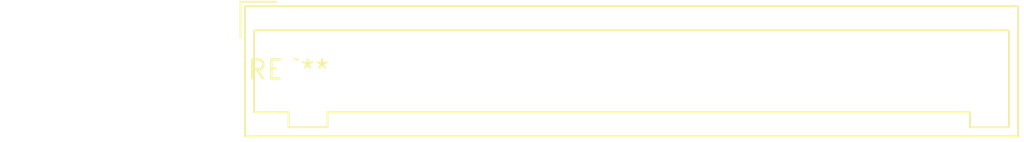
<source format=kicad_pcb>
(kicad_pcb (version 20240108) (generator pcbnew)
  (layers (0 "F.Cu" signal) (31 "B.Cu" signal) (34 "B.Paste" user) (35 "F.Paste" user) (36 "B.SilkS" user "B.Silkscreen") (37 "F.SilkS" user "F.Silkscreen") (38 "B.Mask" user) (39 "F.Mask" user) (44 "Edge.Cuts" user))
  (net 0 "")
  (footprint "Wago_734-144_1x14_P3.50mm_Vertical" (layer "F.Cu") (at 0 0)
    (property "Reference" "REF**")
    (property "Value" "Wago_734-144_1x14_P3.50mm_Vertical")
    (fp_line (start -3.21 -4.56) (end -0.8 -4.56) (layer "F.SilkS") (stroke (width 0.12)))
    (fp_line (start -3.21 -2.15) (end -3.21 -4.56) (layer "F.SilkS") (stroke (width 0.12)))
    (fp_line (start -2.91 -4.26) (end -2.91 4.46) (layer "F.SilkS") (stroke (width 0.12)))
    (fp_line (start -2.91 4.46) (end 48.71 4.46) (layer "F.SilkS") (stroke (width 0.12)))
    (fp_line (start -2.3 -2.65) (end -2.3 2.85) (layer "F.SilkS") (stroke (width 0.12)))
    (fp_line (start -2.3 2.85) (end 0 2.85) (layer "F.SilkS") (stroke (width 0.12)))
    (fp_line (start 0 2.85) (end 0 3.85) (layer "F.SilkS") (stroke (width 0.12)))
    (fp_line (start 0 3.85) (end 2.6 3.85) (layer "F.SilkS") (stroke (width 0.12)))
    (fp_line (start 2.6 2.85) (end 45.5 2.85) (layer "F.SilkS") (stroke (width 0.12)))
    (fp_line (start 2.6 3.85) (end 2.6 2.85) (layer "F.SilkS") (stroke (width 0.12)))
    (fp_line (start 45.5 2.85) (end 45.5 3.85) (layer "F.SilkS") (stroke (width 0.12)))
    (fp_line (start 45.5 3.85) (end 48.1 3.85) (layer "F.SilkS") (stroke (width 0.12)))
    (fp_line (start 48.1 -2.65) (end -2.3 -2.65) (layer "F.SilkS") (stroke (width 0.12)))
    (fp_line (start 48.1 3.85) (end 48.1 -2.65) (layer "F.SilkS") (stroke (width 0.12)))
    (fp_line (start 48.71 -4.26) (end -2.91 -4.26) (layer "F.SilkS") (stroke (width 0.12)))
    (fp_line (start 48.71 4.46) (end 48.71 -4.26) (layer "F.SilkS") (stroke (width 0.12)))
    (pad "1" thru_hole roundrect (at 0 0) (size 2 2.6) (drill 1.6) (layers *.Cu *.Mask) (remove_unused_layers) (roundrect_rratio 0.125))
    (pad "2" thru_hole oval (at 3.5 0) (size 2 2.6) (drill 1.6) (layers *.Cu *.Mask) (remove_unused_layers))
    (pad "3" thru_hole oval (at 7 0) (size 2 2.6) (drill 1.6) (layers *.Cu *.Mask) (remove_unused_layers))
    (pad "4" thru_hole oval (at 10.5 0) (size 2 2.6) (drill 1.6) (layers *.Cu *.Mask) (remove_unused_layers))
    (pad "5" thru_hole oval (at 14 0) (size 2 2.6) (drill 1.6) (layers *.Cu *.Mask) (remove_unused_layers))
    (pad "6" thru_hole oval (at 17.5 0) (size 2 2.6) (drill 1.6) (layers *.Cu *.Mask) (remove_unused_layers))
    (pad "7" thru_hole oval (at 21 0) (size 2 2.6) (drill 1.6) (layers *.Cu *.Mask) (remove_unused_layers))
    (pad "8" thru_hole oval (at 24.5 0) (size 2 2.6) (drill 1.6) (layers *.Cu *.Mask) (remove_unused_layers))
    (pad "9" thru_hole oval (at 28 0) (size 2 2.6) (drill 1.6) (layers *.Cu *.Mask) (remove_unused_layers))
    (pad "10" thru_hole oval (at 31.5 0) (size 2 2.6) (drill 1.6) (layers *.Cu *.Mask) (remove_unused_layers))
    (pad "11" thru_hole oval (at 35 0) (size 2 2.6) (drill 1.6) (layers *.Cu *.Mask) (remove_unused_layers))
    (pad "12" thru_hole oval (at 38.5 0) (size 2 2.6) (drill 1.6) (layers *.Cu *.Mask) (remove_unused_layers))
    (pad "13" thru_hole oval (at 42 0) (size 2 2.6) (drill 1.6) (layers *.Cu *.Mask) (remove_unused_layers))
    (pad "14" thru_hole oval (at 45.5 0) (size 2 2.6) (drill 1.6) (layers *.Cu *.Mask) (remove_unused_layers))
  )
)
</source>
